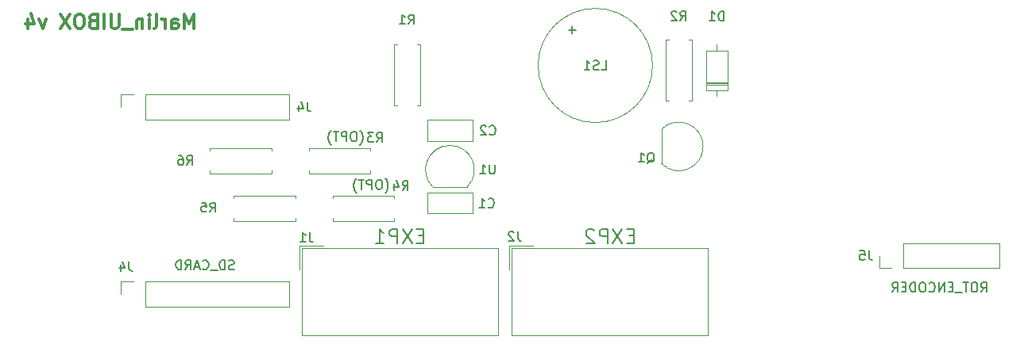
<source format=gbo>
G04 #@! TF.GenerationSoftware,KiCad,Pcbnew,5.1.5-52549c5~84~ubuntu18.04.1*
G04 #@! TF.CreationDate,2020-03-25T12:32:36-07:00*
G04 #@! TF.ProjectId,Marlin_UIBOX,4d61726c-696e-45f5-9549-424f582e6b69,rev?*
G04 #@! TF.SameCoordinates,PX55c0260PY70276d0*
G04 #@! TF.FileFunction,Legend,Bot*
G04 #@! TF.FilePolarity,Positive*
%FSLAX46Y46*%
G04 Gerber Fmt 4.6, Leading zero omitted, Abs format (unit mm)*
G04 Created by KiCad (PCBNEW 5.1.5-52549c5~84~ubuntu18.04.1) date 2020-03-25 12:32:36*
%MOMM*%
%LPD*%
G04 APERTURE LIST*
%ADD10C,0.300000*%
%ADD11C,0.120000*%
%ADD12C,0.150000*%
G04 APERTURE END LIST*
D10*
X27079257Y33205029D02*
X27079257Y34705029D01*
X26579257Y33633600D01*
X26079257Y34705029D01*
X26079257Y33205029D01*
X24722114Y33205029D02*
X24722114Y33990743D01*
X24793542Y34133600D01*
X24936400Y34205029D01*
X25222114Y34205029D01*
X25364971Y34133600D01*
X24722114Y33276458D02*
X24864971Y33205029D01*
X25222114Y33205029D01*
X25364971Y33276458D01*
X25436400Y33419315D01*
X25436400Y33562172D01*
X25364971Y33705029D01*
X25222114Y33776458D01*
X24864971Y33776458D01*
X24722114Y33847886D01*
X24007828Y33205029D02*
X24007828Y34205029D01*
X24007828Y33919315D02*
X23936400Y34062172D01*
X23864971Y34133600D01*
X23722114Y34205029D01*
X23579257Y34205029D01*
X22864971Y33205029D02*
X23007828Y33276458D01*
X23079257Y33419315D01*
X23079257Y34705029D01*
X22293542Y33205029D02*
X22293542Y34205029D01*
X22293542Y34705029D02*
X22364971Y34633600D01*
X22293542Y34562172D01*
X22222114Y34633600D01*
X22293542Y34705029D01*
X22293542Y34562172D01*
X21579257Y34205029D02*
X21579257Y33205029D01*
X21579257Y34062172D02*
X21507828Y34133600D01*
X21364971Y34205029D01*
X21150685Y34205029D01*
X21007828Y34133600D01*
X20936400Y33990743D01*
X20936400Y33205029D01*
X20579257Y33062172D02*
X19436400Y33062172D01*
X19079257Y34705029D02*
X19079257Y33490743D01*
X19007828Y33347886D01*
X18936400Y33276458D01*
X18793542Y33205029D01*
X18507828Y33205029D01*
X18364971Y33276458D01*
X18293542Y33347886D01*
X18222114Y33490743D01*
X18222114Y34705029D01*
X17507828Y33205029D02*
X17507828Y34705029D01*
X16293542Y33990743D02*
X16079257Y33919315D01*
X16007828Y33847886D01*
X15936400Y33705029D01*
X15936400Y33490743D01*
X16007828Y33347886D01*
X16079257Y33276458D01*
X16222114Y33205029D01*
X16793542Y33205029D01*
X16793542Y34705029D01*
X16293542Y34705029D01*
X16150685Y34633600D01*
X16079257Y34562172D01*
X16007828Y34419315D01*
X16007828Y34276458D01*
X16079257Y34133600D01*
X16150685Y34062172D01*
X16293542Y33990743D01*
X16793542Y33990743D01*
X15007828Y34705029D02*
X14722114Y34705029D01*
X14579257Y34633600D01*
X14436400Y34490743D01*
X14364971Y34205029D01*
X14364971Y33705029D01*
X14436400Y33419315D01*
X14579257Y33276458D01*
X14722114Y33205029D01*
X15007828Y33205029D01*
X15150685Y33276458D01*
X15293542Y33419315D01*
X15364971Y33705029D01*
X15364971Y34205029D01*
X15293542Y34490743D01*
X15150685Y34633600D01*
X15007828Y34705029D01*
X13864971Y34705029D02*
X12864971Y33205029D01*
X12864971Y34705029D02*
X13864971Y33205029D01*
X11293542Y34205029D02*
X10936400Y33205029D01*
X10579257Y34205029D01*
X9364971Y34205029D02*
X9364971Y33205029D01*
X9722114Y34776458D02*
X10079257Y33705029D01*
X9150685Y33705029D01*
D11*
X19281000Y6120000D02*
X19281000Y4790000D01*
X20611000Y6120000D02*
X19281000Y6120000D01*
X21881000Y6120000D02*
X21881000Y3460000D01*
X21881000Y3460000D02*
X37181000Y3460000D01*
X21881000Y6120000D02*
X37181000Y6120000D01*
X37181000Y6120000D02*
X37181000Y3460000D01*
X38592000Y405000D02*
X59452000Y405000D01*
X59452000Y405000D02*
X59452000Y9755000D01*
X59452000Y9755000D02*
X38592000Y9755000D01*
X38592000Y9755000D02*
X38592000Y405000D01*
X38342000Y10005000D02*
X40882000Y10005000D01*
X38342000Y10005000D02*
X38342000Y7465000D01*
X60694000Y10005000D02*
X60694000Y7465000D01*
X60694000Y10005000D02*
X63234000Y10005000D01*
X60944000Y9755000D02*
X60944000Y405000D01*
X81804000Y9755000D02*
X60944000Y9755000D01*
X81804000Y405000D02*
X81804000Y9755000D01*
X60944000Y405000D02*
X81804000Y405000D01*
X37181000Y26100000D02*
X37181000Y23440000D01*
X21881000Y26100000D02*
X37181000Y26100000D01*
X21881000Y23440000D02*
X37181000Y23440000D01*
X21881000Y26100000D02*
X21881000Y23440000D01*
X20611000Y26100000D02*
X19281000Y26100000D01*
X19281000Y26100000D02*
X19281000Y24770000D01*
X83924000Y26582000D02*
X81684000Y26582000D01*
X81684000Y26582000D02*
X81684000Y30822000D01*
X81684000Y30822000D02*
X83924000Y30822000D01*
X83924000Y30822000D02*
X83924000Y26582000D01*
X82804000Y25932000D02*
X82804000Y26582000D01*
X82804000Y31472000D02*
X82804000Y30822000D01*
X83924000Y27302000D02*
X81684000Y27302000D01*
X83924000Y27422000D02*
X81684000Y27422000D01*
X83924000Y27182000D02*
X81684000Y27182000D01*
X102699000Y10223000D02*
X102699000Y7563000D01*
X102699000Y10223000D02*
X112919000Y10223000D01*
X112919000Y10223000D02*
X112919000Y7563000D01*
X102699000Y7563000D02*
X112919000Y7563000D01*
X100099000Y7563000D02*
X101429000Y7563000D01*
X100099000Y8893000D02*
X100099000Y7563000D01*
X75950000Y29220000D02*
G75*
G03X75950000Y29220000I-6100000J0D01*
G01*
X76890000Y18774000D02*
X76890000Y22374000D01*
X76901522Y18735522D02*
G75*
G03X81340000Y20574000I1838478J1838478D01*
G01*
X76901522Y22412478D02*
G75*
G02X81340000Y20574000I1838478J-1838478D01*
G01*
X48414000Y31464000D02*
X48744000Y31464000D01*
X48414000Y24924000D02*
X48414000Y31464000D01*
X48744000Y24924000D02*
X48414000Y24924000D01*
X51154000Y31464000D02*
X50824000Y31464000D01*
X51154000Y24924000D02*
X51154000Y31464000D01*
X50824000Y24924000D02*
X51154000Y24924000D01*
X77700000Y31972000D02*
X77370000Y31972000D01*
X77370000Y31972000D02*
X77370000Y25432000D01*
X77370000Y25432000D02*
X77700000Y25432000D01*
X79780000Y31972000D02*
X80110000Y31972000D01*
X80110000Y31972000D02*
X80110000Y25432000D01*
X80110000Y25432000D02*
X79780000Y25432000D01*
X39300400Y17680000D02*
X39300400Y18010000D01*
X45840400Y17680000D02*
X39300400Y17680000D01*
X45840400Y18010000D02*
X45840400Y17680000D01*
X39300400Y20420000D02*
X39300400Y20090000D01*
X45840400Y20420000D02*
X39300400Y20420000D01*
X45840400Y20090000D02*
X45840400Y20420000D01*
X48431200Y15010000D02*
X48431200Y15340000D01*
X48431200Y15340000D02*
X41891200Y15340000D01*
X41891200Y15340000D02*
X41891200Y15010000D01*
X48431200Y12930000D02*
X48431200Y12600000D01*
X48431200Y12600000D02*
X41891200Y12600000D01*
X41891200Y12600000D02*
X41891200Y12930000D01*
X31324800Y12930000D02*
X31324800Y12600000D01*
X31324800Y12600000D02*
X37864800Y12600000D01*
X37864800Y12600000D02*
X37864800Y12930000D01*
X31324800Y15010000D02*
X31324800Y15340000D01*
X31324800Y15340000D02*
X37864800Y15340000D01*
X37864800Y15340000D02*
X37864800Y15010000D01*
X35324800Y20420000D02*
X35324800Y20090000D01*
X28784800Y20420000D02*
X35324800Y20420000D01*
X28784800Y20090000D02*
X28784800Y20420000D01*
X35324800Y17680000D02*
X35324800Y18010000D01*
X28784800Y17680000D02*
X35324800Y17680000D01*
X28784800Y18010000D02*
X28784800Y17680000D01*
X56156000Y16234800D02*
X52556000Y16234800D01*
X56194478Y16246322D02*
G75*
G03X54356000Y20684800I-1838478J1838478D01*
G01*
X52517522Y16246322D02*
G75*
G02X54356000Y20684800I1838478J1838478D01*
G01*
X51956000Y13408800D02*
X56796000Y13408800D01*
X51956000Y15648800D02*
X56796000Y15648800D01*
X51956000Y13408800D02*
X51956000Y15648800D01*
X56796000Y13408800D02*
X56796000Y15648800D01*
X56796000Y21181200D02*
X56796000Y23421200D01*
X51956000Y21181200D02*
X51956000Y23421200D01*
X51956000Y23421200D02*
X56796000Y23421200D01*
X51956000Y21181200D02*
X56796000Y21181200D01*
D12*
X20145333Y8263620D02*
X20145333Y7549334D01*
X20192952Y7406477D01*
X20288190Y7311239D01*
X20431047Y7263620D01*
X20526285Y7263620D01*
X19240571Y7930286D02*
X19240571Y7263620D01*
X19478666Y8311239D02*
X19716761Y7596953D01*
X19097714Y7596953D01*
X31340038Y7469239D02*
X31197180Y7421620D01*
X30959085Y7421620D01*
X30863847Y7469239D01*
X30816228Y7516858D01*
X30768609Y7612096D01*
X30768609Y7707334D01*
X30816228Y7802572D01*
X30863847Y7850191D01*
X30959085Y7897810D01*
X31149561Y7945429D01*
X31244800Y7993048D01*
X31292419Y8040667D01*
X31340038Y8135905D01*
X31340038Y8231143D01*
X31292419Y8326381D01*
X31244800Y8374000D01*
X31149561Y8421620D01*
X30911466Y8421620D01*
X30768609Y8374000D01*
X30340038Y7421620D02*
X30340038Y8421620D01*
X30101942Y8421620D01*
X29959085Y8374000D01*
X29863847Y8278762D01*
X29816228Y8183524D01*
X29768609Y7993048D01*
X29768609Y7850191D01*
X29816228Y7659715D01*
X29863847Y7564477D01*
X29959085Y7469239D01*
X30101942Y7421620D01*
X30340038Y7421620D01*
X29578133Y7326381D02*
X28816228Y7326381D01*
X28006704Y7516858D02*
X28054323Y7469239D01*
X28197180Y7421620D01*
X28292419Y7421620D01*
X28435276Y7469239D01*
X28530514Y7564477D01*
X28578133Y7659715D01*
X28625752Y7850191D01*
X28625752Y7993048D01*
X28578133Y8183524D01*
X28530514Y8278762D01*
X28435276Y8374000D01*
X28292419Y8421620D01*
X28197180Y8421620D01*
X28054323Y8374000D01*
X28006704Y8326381D01*
X27625752Y7707334D02*
X27149561Y7707334D01*
X27720990Y7421620D02*
X27387657Y8421620D01*
X27054323Y7421620D01*
X26149561Y7421620D02*
X26482895Y7897810D01*
X26720990Y7421620D02*
X26720990Y8421620D01*
X26340038Y8421620D01*
X26244800Y8374000D01*
X26197180Y8326381D01*
X26149561Y8231143D01*
X26149561Y8088286D01*
X26197180Y7993048D01*
X26244800Y7945429D01*
X26340038Y7897810D01*
X26720990Y7897810D01*
X25720990Y7421620D02*
X25720990Y8421620D01*
X25482895Y8421620D01*
X25340038Y8374000D01*
X25244800Y8278762D01*
X25197180Y8183524D01*
X25149561Y7993048D01*
X25149561Y7850191D01*
X25197180Y7659715D01*
X25244800Y7564477D01*
X25340038Y7469239D01*
X25482895Y7421620D01*
X25720990Y7421620D01*
X39398533Y11368020D02*
X39398533Y10653734D01*
X39446152Y10510877D01*
X39541390Y10415639D01*
X39684247Y10368020D01*
X39779485Y10368020D01*
X38398533Y10368020D02*
X38969961Y10368020D01*
X38684247Y10368020D02*
X38684247Y11368020D01*
X38779485Y11225162D01*
X38874723Y11129924D01*
X38969961Y11082305D01*
X51522000Y11029143D02*
X51022000Y11029143D01*
X50807714Y10243429D02*
X51522000Y10243429D01*
X51522000Y11743429D01*
X50807714Y11743429D01*
X50307714Y11743429D02*
X49307714Y10243429D01*
X49307714Y11743429D02*
X50307714Y10243429D01*
X48736285Y10243429D02*
X48736285Y11743429D01*
X48164857Y11743429D01*
X48022000Y11672000D01*
X47950571Y11600572D01*
X47879142Y11457715D01*
X47879142Y11243429D01*
X47950571Y11100572D01*
X48022000Y11029143D01*
X48164857Y10957715D01*
X48736285Y10957715D01*
X46450571Y10243429D02*
X47307714Y10243429D01*
X46879142Y10243429D02*
X46879142Y11743429D01*
X47022000Y11529143D01*
X47164857Y11386286D01*
X47307714Y11314858D01*
X61598133Y11469620D02*
X61598133Y10755334D01*
X61645752Y10612477D01*
X61740990Y10517239D01*
X61883847Y10469620D01*
X61979085Y10469620D01*
X61169561Y11374381D02*
X61121942Y11422000D01*
X61026704Y11469620D01*
X60788609Y11469620D01*
X60693371Y11422000D01*
X60645752Y11374381D01*
X60598133Y11279143D01*
X60598133Y11183905D01*
X60645752Y11041048D01*
X61217180Y10469620D01*
X60598133Y10469620D01*
X73924800Y11029143D02*
X73424800Y11029143D01*
X73210514Y10243429D02*
X73924800Y10243429D01*
X73924800Y11743429D01*
X73210514Y11743429D01*
X72710514Y11743429D02*
X71710514Y10243429D01*
X71710514Y11743429D02*
X72710514Y10243429D01*
X71139085Y10243429D02*
X71139085Y11743429D01*
X70567657Y11743429D01*
X70424800Y11672000D01*
X70353371Y11600572D01*
X70281942Y11457715D01*
X70281942Y11243429D01*
X70353371Y11100572D01*
X70424800Y11029143D01*
X70567657Y10957715D01*
X71139085Y10957715D01*
X69710514Y11600572D02*
X69639085Y11672000D01*
X69496228Y11743429D01*
X69139085Y11743429D01*
X68996228Y11672000D01*
X68924800Y11600572D01*
X68853371Y11457715D01*
X68853371Y11314858D01*
X68924800Y11100572D01*
X69781942Y10243429D01*
X68853371Y10243429D01*
X39131833Y25322620D02*
X39131833Y24608334D01*
X39179452Y24465477D01*
X39274690Y24370239D01*
X39417547Y24322620D01*
X39512785Y24322620D01*
X38227071Y24989286D02*
X38227071Y24322620D01*
X38465166Y25370239D02*
X38703261Y24655953D01*
X38084214Y24655953D01*
X83542095Y33990020D02*
X83542095Y34990020D01*
X83304000Y34990020D01*
X83161142Y34942400D01*
X83065904Y34847162D01*
X83018285Y34751924D01*
X82970666Y34561448D01*
X82970666Y34418591D01*
X83018285Y34228115D01*
X83065904Y34132877D01*
X83161142Y34037639D01*
X83304000Y33990020D01*
X83542095Y33990020D01*
X82018285Y33990020D02*
X82589714Y33990020D01*
X82304000Y33990020D02*
X82304000Y34990020D01*
X82399238Y34847162D01*
X82494476Y34751924D01*
X82589714Y34704305D01*
X98992333Y9440620D02*
X98992333Y8726334D01*
X99039952Y8583477D01*
X99135190Y8488239D01*
X99278047Y8440620D01*
X99373285Y8440620D01*
X98039952Y9440620D02*
X98516142Y9440620D01*
X98563761Y8964429D01*
X98516142Y9012048D01*
X98420904Y9059667D01*
X98182809Y9059667D01*
X98087571Y9012048D01*
X98039952Y8964429D01*
X97992333Y8869191D01*
X97992333Y8631096D01*
X98039952Y8535858D01*
X98087571Y8488239D01*
X98182809Y8440620D01*
X98420904Y8440620D01*
X98516142Y8488239D01*
X98563761Y8535858D01*
X110956171Y5034020D02*
X111289504Y5510210D01*
X111527600Y5034020D02*
X111527600Y6034020D01*
X111146647Y6034020D01*
X111051409Y5986400D01*
X111003790Y5938781D01*
X110956171Y5843543D01*
X110956171Y5700686D01*
X111003790Y5605448D01*
X111051409Y5557829D01*
X111146647Y5510210D01*
X111527600Y5510210D01*
X110337123Y6034020D02*
X110146647Y6034020D01*
X110051409Y5986400D01*
X109956171Y5891162D01*
X109908552Y5700686D01*
X109908552Y5367353D01*
X109956171Y5176877D01*
X110051409Y5081639D01*
X110146647Y5034020D01*
X110337123Y5034020D01*
X110432361Y5081639D01*
X110527600Y5176877D01*
X110575219Y5367353D01*
X110575219Y5700686D01*
X110527600Y5891162D01*
X110432361Y5986400D01*
X110337123Y6034020D01*
X109622838Y6034020D02*
X109051409Y6034020D01*
X109337123Y5034020D02*
X109337123Y6034020D01*
X108956171Y4938781D02*
X108194266Y4938781D01*
X107956171Y5557829D02*
X107622838Y5557829D01*
X107479980Y5034020D02*
X107956171Y5034020D01*
X107956171Y6034020D01*
X107479980Y6034020D01*
X107051409Y5034020D02*
X107051409Y6034020D01*
X106479980Y5034020D01*
X106479980Y6034020D01*
X105432361Y5129258D02*
X105479980Y5081639D01*
X105622838Y5034020D01*
X105718076Y5034020D01*
X105860933Y5081639D01*
X105956171Y5176877D01*
X106003790Y5272115D01*
X106051409Y5462591D01*
X106051409Y5605448D01*
X106003790Y5795924D01*
X105956171Y5891162D01*
X105860933Y5986400D01*
X105718076Y6034020D01*
X105622838Y6034020D01*
X105479980Y5986400D01*
X105432361Y5938781D01*
X104813314Y6034020D02*
X104622838Y6034020D01*
X104527600Y5986400D01*
X104432361Y5891162D01*
X104384742Y5700686D01*
X104384742Y5367353D01*
X104432361Y5176877D01*
X104527600Y5081639D01*
X104622838Y5034020D01*
X104813314Y5034020D01*
X104908552Y5081639D01*
X105003790Y5176877D01*
X105051409Y5367353D01*
X105051409Y5700686D01*
X105003790Y5891162D01*
X104908552Y5986400D01*
X104813314Y6034020D01*
X103956171Y5034020D02*
X103956171Y6034020D01*
X103718076Y6034020D01*
X103575219Y5986400D01*
X103479980Y5891162D01*
X103432361Y5795924D01*
X103384742Y5605448D01*
X103384742Y5462591D01*
X103432361Y5272115D01*
X103479980Y5176877D01*
X103575219Y5081639D01*
X103718076Y5034020D01*
X103956171Y5034020D01*
X102956171Y5557829D02*
X102622838Y5557829D01*
X102479980Y5034020D02*
X102956171Y5034020D01*
X102956171Y6034020D01*
X102479980Y6034020D01*
X101479980Y5034020D02*
X101813314Y5510210D01*
X102051409Y5034020D02*
X102051409Y6034020D01*
X101670457Y6034020D01*
X101575219Y5986400D01*
X101527600Y5938781D01*
X101479980Y5843543D01*
X101479980Y5700686D01*
X101527600Y5605448D01*
X101575219Y5557829D01*
X101670457Y5510210D01*
X102051409Y5510210D01*
X70492857Y28757620D02*
X70969047Y28757620D01*
X70969047Y29757620D01*
X70207142Y28805239D02*
X70064285Y28757620D01*
X69826190Y28757620D01*
X69730952Y28805239D01*
X69683333Y28852858D01*
X69635714Y28948096D01*
X69635714Y29043334D01*
X69683333Y29138572D01*
X69730952Y29186191D01*
X69826190Y29233810D01*
X70016666Y29281429D01*
X70111904Y29329048D01*
X70159523Y29376667D01*
X70207142Y29471905D01*
X70207142Y29567143D01*
X70159523Y29662381D01*
X70111904Y29710000D01*
X70016666Y29757620D01*
X69778571Y29757620D01*
X69635714Y29710000D01*
X68683333Y28757620D02*
X69254761Y28757620D01*
X68969047Y28757620D02*
X68969047Y29757620D01*
X69064285Y29614762D01*
X69159523Y29519524D01*
X69254761Y29471905D01*
X67381428Y33410953D02*
X67381428Y32649048D01*
X67762380Y33030000D02*
X67000476Y33030000D01*
X75380838Y18807181D02*
X75476076Y18854800D01*
X75571314Y18950039D01*
X75714171Y19092896D01*
X75809409Y19140515D01*
X75904647Y19140515D01*
X75857028Y18902420D02*
X75952266Y18950039D01*
X76047504Y19045277D01*
X76095123Y19235753D01*
X76095123Y19569086D01*
X76047504Y19759562D01*
X75952266Y19854800D01*
X75857028Y19902420D01*
X75666552Y19902420D01*
X75571314Y19854800D01*
X75476076Y19759562D01*
X75428457Y19569086D01*
X75428457Y19235753D01*
X75476076Y19045277D01*
X75571314Y18950039D01*
X75666552Y18902420D01*
X75857028Y18902420D01*
X74476076Y18902420D02*
X75047504Y18902420D01*
X74761790Y18902420D02*
X74761790Y19902420D01*
X74857028Y19759562D01*
X74952266Y19664324D01*
X75047504Y19616705D01*
X49950666Y33647120D02*
X50284000Y34123310D01*
X50522095Y33647120D02*
X50522095Y34647120D01*
X50141142Y34647120D01*
X50045904Y34599500D01*
X49998285Y34551881D01*
X49950666Y34456643D01*
X49950666Y34313786D01*
X49998285Y34218548D01*
X50045904Y34170929D01*
X50141142Y34123310D01*
X50522095Y34123310D01*
X48998285Y33647120D02*
X49569714Y33647120D01*
X49284000Y33647120D02*
X49284000Y34647120D01*
X49379238Y34504262D01*
X49474476Y34409024D01*
X49569714Y34361405D01*
X78906666Y34028120D02*
X79240000Y34504310D01*
X79478095Y34028120D02*
X79478095Y35028120D01*
X79097142Y35028120D01*
X79001904Y34980500D01*
X78954285Y34932881D01*
X78906666Y34837643D01*
X78906666Y34694786D01*
X78954285Y34599548D01*
X79001904Y34551929D01*
X79097142Y34504310D01*
X79478095Y34504310D01*
X78525714Y34932881D02*
X78478095Y34980500D01*
X78382857Y35028120D01*
X78144761Y35028120D01*
X78049523Y34980500D01*
X78001904Y34932881D01*
X77954285Y34837643D01*
X77954285Y34742405D01*
X78001904Y34599548D01*
X78573333Y34028120D01*
X77954285Y34028120D01*
X46547066Y21036020D02*
X46880400Y21512210D01*
X47118495Y21036020D02*
X47118495Y22036020D01*
X46737542Y22036020D01*
X46642304Y21988400D01*
X46594685Y21940781D01*
X46547066Y21845543D01*
X46547066Y21702686D01*
X46594685Y21607448D01*
X46642304Y21559829D01*
X46737542Y21512210D01*
X47118495Y21512210D01*
X46213733Y22036020D02*
X45594685Y22036020D01*
X45928019Y21655067D01*
X45785161Y21655067D01*
X45689923Y21607448D01*
X45642304Y21559829D01*
X45594685Y21464591D01*
X45594685Y21226496D01*
X45642304Y21131258D01*
X45689923Y21083639D01*
X45785161Y21036020D01*
X46070876Y21036020D01*
X46166114Y21083639D01*
X46213733Y21131258D01*
X44778419Y20756667D02*
X44826038Y20804286D01*
X44921276Y20947143D01*
X44968895Y21042381D01*
X45016514Y21185239D01*
X45064133Y21423334D01*
X45064133Y21613810D01*
X45016514Y21851905D01*
X44968895Y21994762D01*
X44921276Y22090000D01*
X44826038Y22232858D01*
X44778419Y22280477D01*
X44206990Y22137620D02*
X44016514Y22137620D01*
X43921276Y22090000D01*
X43826038Y21994762D01*
X43778419Y21804286D01*
X43778419Y21470953D01*
X43826038Y21280477D01*
X43921276Y21185239D01*
X44016514Y21137620D01*
X44206990Y21137620D01*
X44302228Y21185239D01*
X44397466Y21280477D01*
X44445085Y21470953D01*
X44445085Y21804286D01*
X44397466Y21994762D01*
X44302228Y22090000D01*
X44206990Y22137620D01*
X43349847Y21137620D02*
X43349847Y22137620D01*
X42968895Y22137620D01*
X42873657Y22090000D01*
X42826038Y22042381D01*
X42778419Y21947143D01*
X42778419Y21804286D01*
X42826038Y21709048D01*
X42873657Y21661429D01*
X42968895Y21613810D01*
X43349847Y21613810D01*
X42492704Y22137620D02*
X41921276Y22137620D01*
X42206990Y21137620D02*
X42206990Y22137620D01*
X41683180Y20756667D02*
X41635561Y20804286D01*
X41540323Y20947143D01*
X41492704Y21042381D01*
X41445085Y21185239D01*
X41397466Y21423334D01*
X41397466Y21613810D01*
X41445085Y21851905D01*
X41492704Y21994762D01*
X41540323Y22090000D01*
X41635561Y22232858D01*
X41683180Y22280477D01*
X49290266Y15905220D02*
X49623600Y16381410D01*
X49861695Y15905220D02*
X49861695Y16905220D01*
X49480742Y16905220D01*
X49385504Y16857600D01*
X49337885Y16809981D01*
X49290266Y16714743D01*
X49290266Y16571886D01*
X49337885Y16476648D01*
X49385504Y16429029D01*
X49480742Y16381410D01*
X49861695Y16381410D01*
X48433123Y16571886D02*
X48433123Y15905220D01*
X48671219Y16952839D02*
X48909314Y16238553D01*
X48290266Y16238553D01*
X47470819Y15625867D02*
X47518438Y15673486D01*
X47613676Y15816343D01*
X47661295Y15911581D01*
X47708914Y16054439D01*
X47756533Y16292534D01*
X47756533Y16483010D01*
X47708914Y16721105D01*
X47661295Y16863962D01*
X47613676Y16959200D01*
X47518438Y17102058D01*
X47470819Y17149677D01*
X46899390Y17006820D02*
X46708914Y17006820D01*
X46613676Y16959200D01*
X46518438Y16863962D01*
X46470819Y16673486D01*
X46470819Y16340153D01*
X46518438Y16149677D01*
X46613676Y16054439D01*
X46708914Y16006820D01*
X46899390Y16006820D01*
X46994628Y16054439D01*
X47089866Y16149677D01*
X47137485Y16340153D01*
X47137485Y16673486D01*
X47089866Y16863962D01*
X46994628Y16959200D01*
X46899390Y17006820D01*
X46042247Y16006820D02*
X46042247Y17006820D01*
X45661295Y17006820D01*
X45566057Y16959200D01*
X45518438Y16911581D01*
X45470819Y16816343D01*
X45470819Y16673486D01*
X45518438Y16578248D01*
X45566057Y16530629D01*
X45661295Y16483010D01*
X46042247Y16483010D01*
X45185104Y17006820D02*
X44613676Y17006820D01*
X44899390Y16006820D02*
X44899390Y17006820D01*
X44375580Y15625867D02*
X44327961Y15673486D01*
X44232723Y15816343D01*
X44185104Y15911581D01*
X44137485Y16054439D01*
X44089866Y16292534D01*
X44089866Y16483010D01*
X44137485Y16721105D01*
X44185104Y16863962D01*
X44232723Y16959200D01*
X44327961Y17102058D01*
X44375580Y17149677D01*
X28792466Y13581120D02*
X29125800Y14057310D01*
X29363895Y13581120D02*
X29363895Y14581120D01*
X28982942Y14581120D01*
X28887704Y14533500D01*
X28840085Y14485881D01*
X28792466Y14390643D01*
X28792466Y14247786D01*
X28840085Y14152548D01*
X28887704Y14104929D01*
X28982942Y14057310D01*
X29363895Y14057310D01*
X27887704Y14581120D02*
X28363895Y14581120D01*
X28411514Y14104929D01*
X28363895Y14152548D01*
X28268657Y14200167D01*
X28030561Y14200167D01*
X27935323Y14152548D01*
X27887704Y14104929D01*
X27840085Y14009691D01*
X27840085Y13771596D01*
X27887704Y13676358D01*
X27935323Y13628739D01*
X28030561Y13581120D01*
X28268657Y13581120D01*
X28363895Y13628739D01*
X28411514Y13676358D01*
X26315966Y18597620D02*
X26649300Y19073810D01*
X26887395Y18597620D02*
X26887395Y19597620D01*
X26506442Y19597620D01*
X26411204Y19550000D01*
X26363585Y19502381D01*
X26315966Y19407143D01*
X26315966Y19264286D01*
X26363585Y19169048D01*
X26411204Y19121429D01*
X26506442Y19073810D01*
X26887395Y19073810D01*
X25458823Y19597620D02*
X25649300Y19597620D01*
X25744538Y19550000D01*
X25792157Y19502381D01*
X25887395Y19359524D01*
X25935014Y19169048D01*
X25935014Y18788096D01*
X25887395Y18692858D01*
X25839776Y18645239D01*
X25744538Y18597620D01*
X25554061Y18597620D01*
X25458823Y18645239D01*
X25411204Y18692858D01*
X25363585Y18788096D01*
X25363585Y19026191D01*
X25411204Y19121429D01*
X25458823Y19169048D01*
X25554061Y19216667D01*
X25744538Y19216667D01*
X25839776Y19169048D01*
X25887395Y19121429D01*
X25935014Y19026191D01*
X59131104Y18632420D02*
X59131104Y17822896D01*
X59083485Y17727658D01*
X59035866Y17680039D01*
X58940628Y17632420D01*
X58750152Y17632420D01*
X58654914Y17680039D01*
X58607295Y17727658D01*
X58559676Y17822896D01*
X58559676Y18632420D01*
X57559676Y17632420D02*
X58131104Y17632420D01*
X57845390Y17632420D02*
X57845390Y18632420D01*
X57940628Y18489562D01*
X58035866Y18394324D01*
X58131104Y18346705D01*
X58434266Y14120858D02*
X58481885Y14073239D01*
X58624742Y14025620D01*
X58719980Y14025620D01*
X58862838Y14073239D01*
X58958076Y14168477D01*
X59005695Y14263715D01*
X59053314Y14454191D01*
X59053314Y14597048D01*
X59005695Y14787524D01*
X58958076Y14882762D01*
X58862838Y14978000D01*
X58719980Y15025620D01*
X58624742Y15025620D01*
X58481885Y14978000D01*
X58434266Y14930381D01*
X57481885Y14025620D02*
X58053314Y14025620D01*
X57767600Y14025620D02*
X57767600Y15025620D01*
X57862838Y14882762D01*
X57958076Y14787524D01*
X58053314Y14739905D01*
X58586666Y21893258D02*
X58634285Y21845639D01*
X58777142Y21798020D01*
X58872380Y21798020D01*
X59015238Y21845639D01*
X59110476Y21940877D01*
X59158095Y22036115D01*
X59205714Y22226591D01*
X59205714Y22369448D01*
X59158095Y22559924D01*
X59110476Y22655162D01*
X59015238Y22750400D01*
X58872380Y22798020D01*
X58777142Y22798020D01*
X58634285Y22750400D01*
X58586666Y22702781D01*
X58205714Y22702781D02*
X58158095Y22750400D01*
X58062857Y22798020D01*
X57824761Y22798020D01*
X57729523Y22750400D01*
X57681904Y22702781D01*
X57634285Y22607543D01*
X57634285Y22512305D01*
X57681904Y22369448D01*
X58253333Y21798020D01*
X57634285Y21798020D01*
M02*

</source>
